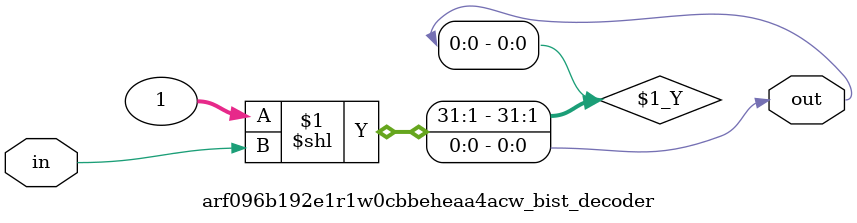
<source format=sv>

`ifndef ARF096B192E1R1W0CBBEHEAA4ACW_BIST_DECODER_SV
`define ARF096B192E1R1W0CBBEHEAA4ACW_BIST_DECODER_SV

module arf096b192e1r1w0cbbeheaa4acw_bist_decoder # (
  parameter IN_WIDTH  = 1,
  parameter OUT_WIDTH = 1
)
(
  input  logic [IN_WIDTH-1:0]  in,
  output logic [OUT_WIDTH-1:0] out
);
  
  assign out = 'b1 << in;

endmodule // arf096b192e1r1w0cbbeheaa4acw_bist_decoder

`endif // ARF096B192E1R1W0CBBEHEAA4ACW_BIST_DECODER_SV
</source>
